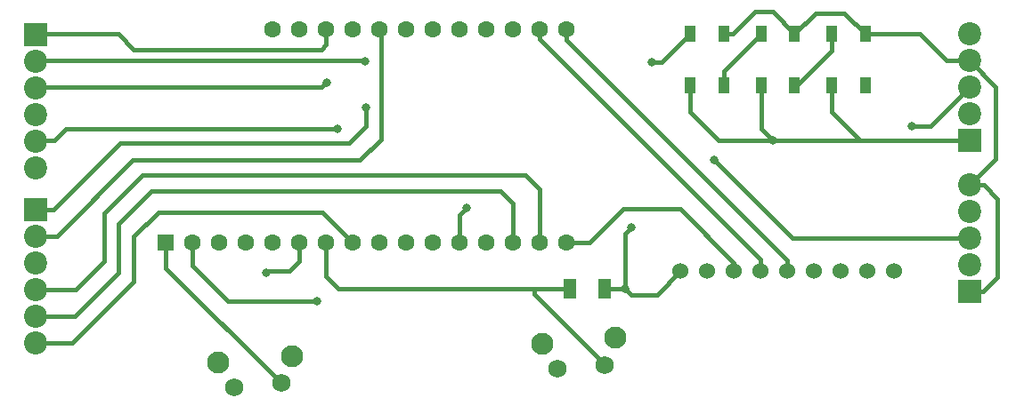
<source format=gbr>
%TF.GenerationSoftware,KiCad,Pcbnew,(5.1.10-1-10_14)*%
%TF.CreationDate,2021-07-05T16:23:29+02:00*%
%TF.ProjectId,cablebot_controller,6361626c-6562-46f7-945f-636f6e74726f,rev?*%
%TF.SameCoordinates,Original*%
%TF.FileFunction,Copper,L1,Top*%
%TF.FilePolarity,Positive*%
%FSLAX46Y46*%
G04 Gerber Fmt 4.6, Leading zero omitted, Abs format (unit mm)*
G04 Created by KiCad (PCBNEW (5.1.10-1-10_14)) date 2021-07-05 16:23:29*
%MOMM*%
%LPD*%
G01*
G04 APERTURE LIST*
%TA.AperFunction,SMDPad,CuDef*%
%ADD10R,1.000000X1.500000*%
%TD*%
%TA.AperFunction,ComponentPad*%
%ADD11C,2.100000*%
%TD*%
%TA.AperFunction,ComponentPad*%
%ADD12C,1.750000*%
%TD*%
%TA.AperFunction,ComponentPad*%
%ADD13C,1.600000*%
%TD*%
%TA.AperFunction,ComponentPad*%
%ADD14R,1.600000X1.600000*%
%TD*%
%TA.AperFunction,ComponentPad*%
%ADD15C,2.200000*%
%TD*%
%TA.AperFunction,ComponentPad*%
%ADD16R,2.200000X2.200000*%
%TD*%
%TA.AperFunction,SMDPad,CuDef*%
%ADD17R,1.270000X1.905000*%
%TD*%
%TA.AperFunction,ComponentPad*%
%ADD18C,1.524000*%
%TD*%
%TA.AperFunction,ViaPad*%
%ADD19C,0.800000*%
%TD*%
%TA.AperFunction,Conductor*%
%ADD20C,0.400000*%
%TD*%
G04 APERTURE END LIST*
D10*
%TO.P,D3,1*%
%TO.N,3V3*%
X159325000Y-59425000D03*
%TO.P,D3,2*%
%TO.N,N/C*%
X162525000Y-59425000D03*
%TO.P,D3,4*%
%TO.N,Net-(D2-Pad2)*%
X159325000Y-54525000D03*
%TO.P,D3,3*%
%TO.N,GND*%
X162525000Y-54525000D03*
%TD*%
%TO.P,D2,1*%
%TO.N,3V3*%
X152587500Y-59425000D03*
%TO.P,D2,2*%
%TO.N,Net-(D2-Pad2)*%
X155787500Y-59425000D03*
%TO.P,D2,4*%
%TO.N,Net-(D1-Pad2)*%
X152587500Y-54525000D03*
%TO.P,D2,3*%
%TO.N,GND*%
X155787500Y-54525000D03*
%TD*%
D11*
%TO.P,SW2,*%
%TO.N,*%
X107978226Y-85210531D03*
D12*
%TO.P,SW2,1*%
%TO.N,RST_BUTTON*%
X106950000Y-87800000D03*
%TO.P,SW2,2*%
%TO.N,GND*%
X102467124Y-88192201D03*
D11*
%TO.P,SW2,*%
%TO.N,*%
X100994901Y-85821492D03*
%TD*%
D13*
%TO.P,A1,17*%
%TO.N,SDA*%
X134100000Y-54070000D03*
%TO.P,A1,18*%
%TO.N,SCL*%
X131560000Y-54070000D03*
%TO.P,A1,19*%
%TO.N,LED_DIN*%
X129020000Y-54070000D03*
%TO.P,A1,20*%
%TO.N,ENDSTOP_FRONT*%
X126480000Y-54070000D03*
%TO.P,A1,21*%
%TO.N,ENDSTOP_BACK*%
X123940000Y-54070000D03*
%TO.P,A1,22*%
%TO.N,TX0*%
X121400000Y-54070000D03*
%TO.P,A1,23*%
%TO.N,RC_STR*%
X118860000Y-54070000D03*
%TO.P,A1,24*%
%TO.N,RX0*%
X116320000Y-54070000D03*
%TO.P,A1,25*%
%TO.N,RC_THROTTLE*%
X113780000Y-54070000D03*
%TO.P,A1,26*%
%TO.N,5V*%
X111240000Y-54070000D03*
%TO.P,A1,27*%
%TO.N,N/C*%
X108700000Y-54070000D03*
%TO.P,A1,28*%
X106160000Y-54070000D03*
D14*
%TO.P,A1,1*%
%TO.N,RST_BUTTON*%
X96000000Y-74390000D03*
D13*
%TO.P,A1,2*%
%TO.N,3V3*%
X98540000Y-74390000D03*
%TO.P,A1,3*%
%TO.N,N/C*%
X101080000Y-74390000D03*
%TO.P,A1,4*%
%TO.N,GND*%
X103620000Y-74390000D03*
%TO.P,A1,5*%
%TO.N,N/C*%
X106160000Y-74390000D03*
%TO.P,A1,6*%
%TO.N,ODRIVE_RST*%
X108700000Y-74390000D03*
%TO.P,A1,7*%
%TO.N,USER_BUTTON*%
X111240000Y-74390000D03*
%TO.P,A1,8*%
%TO.N,CHG_ST_HOME*%
X113780000Y-74390000D03*
%TO.P,A1,9*%
%TO.N,ADNS_MOT*%
X116320000Y-74390000D03*
%TO.P,A1,10*%
%TO.N,ADNS_SS*%
X118860000Y-74390000D03*
%TO.P,A1,11*%
%TO.N,SCK*%
X121400000Y-74390000D03*
%TO.P,A1,12*%
%TO.N,MOSI*%
X123940000Y-74390000D03*
%TO.P,A1,13*%
%TO.N,MISO*%
X126480000Y-74390000D03*
%TO.P,A1,14*%
%TO.N,RX1*%
X129020000Y-74390000D03*
%TO.P,A1,15*%
%TO.N,TX1*%
X131560000Y-74390000D03*
%TO.P,A1,16*%
%TO.N,GND*%
X134100000Y-74390000D03*
%TD*%
D15*
%TO.P,J5,5*%
%TO.N,GND*%
X172400000Y-68940000D03*
%TO.P,J5,4*%
%TO.N,MISO*%
X172400000Y-71480000D03*
%TO.P,J5,3*%
%TO.N,MOSI*%
X172400000Y-74020000D03*
%TO.P,J5,2*%
%TO.N,SCK*%
X172400000Y-76560000D03*
D16*
%TO.P,J5,1*%
%TO.N,GND*%
X172400000Y-79100000D03*
%TD*%
D15*
%TO.P,J4,5*%
%TO.N,ENDSTOP_FRONT*%
X172400000Y-54550000D03*
%TO.P,J4,4*%
%TO.N,GND*%
X172400000Y-57090000D03*
%TO.P,J4,3*%
%TO.N,ADNS_SS*%
X172400000Y-59630000D03*
%TO.P,J4,2*%
%TO.N,ADNS_MOT*%
X172400000Y-62170000D03*
D16*
%TO.P,J4,1*%
%TO.N,3V3*%
X172400000Y-64710000D03*
%TD*%
D15*
%TO.P,J3,6*%
%TO.N,CHG_ST_HOME*%
X83650000Y-83950000D03*
%TO.P,J3,5*%
%TO.N,RX1*%
X83650000Y-81410000D03*
%TO.P,J3,4*%
%TO.N,TX1*%
X83650000Y-78870000D03*
%TO.P,J3,3*%
%TO.N,ODRIVE_RST*%
X83650000Y-76330000D03*
%TO.P,J3,2*%
%TO.N,RX0*%
X83650000Y-73790000D03*
D16*
%TO.P,J3,1*%
%TO.N,TX0*%
X83650000Y-71250000D03*
%TD*%
D15*
%TO.P,J2,6*%
%TO.N,GND*%
X83650000Y-67275000D03*
%TO.P,J2,5*%
%TO.N,ENDSTOP_BACK*%
X83650000Y-64735000D03*
%TO.P,J2,4*%
%TO.N,GND*%
X83650000Y-62195000D03*
%TO.P,J2,3*%
%TO.N,RC_THROTTLE*%
X83650000Y-59655000D03*
%TO.P,J2,2*%
%TO.N,RC_STR*%
X83650000Y-57115000D03*
D16*
%TO.P,J2,1*%
%TO.N,5V*%
X83650000Y-54575000D03*
%TD*%
D11*
%TO.P,SW1,*%
%TO.N,*%
X138753226Y-83485531D03*
D12*
%TO.P,SW1,1*%
%TO.N,USER_BUTTON*%
X137725000Y-86075000D03*
%TO.P,SW1,2*%
%TO.N,GND*%
X133242124Y-86467201D03*
D11*
%TO.P,SW1,*%
%TO.N,*%
X131769901Y-84096492D03*
%TD*%
D17*
%TO.P,R1,2*%
%TO.N,USER_BUTTON*%
X134449000Y-78800000D03*
%TO.P,R1,1*%
%TO.N,3V3*%
X137751000Y-78800000D03*
%TD*%
D18*
%TO.P,JN1,9*%
%TO.N,N/C*%
X165260000Y-77150000D03*
%TO.P,JN1,8*%
X162720000Y-77150000D03*
%TO.P,JN1,7*%
X160180000Y-77150000D03*
%TO.P,JN1,6*%
X157640000Y-77150000D03*
%TO.P,JN1,5*%
%TO.N,SDA*%
X155100000Y-77150000D03*
%TO.P,JN1,4*%
%TO.N,SCL*%
X152560000Y-77150000D03*
%TO.P,JN1,3*%
%TO.N,GND*%
X150020000Y-77150000D03*
%TO.P,JN1,2*%
%TO.N,N/C*%
X147480000Y-77150000D03*
%TO.P,JN1,1*%
%TO.N,3V3*%
X144940000Y-77150000D03*
%TD*%
D10*
%TO.P,D1,1*%
%TO.N,3V3*%
X145850000Y-59425000D03*
%TO.P,D1,2*%
%TO.N,Net-(D1-Pad2)*%
X149050000Y-59425000D03*
%TO.P,D1,4*%
%TO.N,LED_DIN*%
X145850000Y-54525000D03*
%TO.P,D1,3*%
%TO.N,GND*%
X149050000Y-54525000D03*
%TD*%
D19*
%TO.N,LED_DIN*%
X142175000Y-57250000D03*
%TO.N,ENDSTOP_BACK*%
X112350000Y-63600000D03*
%TO.N,3V3*%
X110350000Y-80000000D03*
X153700000Y-64699988D03*
X139650019Y-78800009D03*
X140250000Y-73000000D03*
%TO.N,ODRIVE_RST*%
X105550000Y-77250000D03*
%TO.N,RC_STR*%
X114950000Y-57100000D03*
%TO.N,RC_THROTTLE*%
X111300000Y-59150000D03*
%TO.N,ADNS_SS*%
X166900000Y-63350000D03*
%TO.N,MOSI*%
X124587495Y-71137495D03*
X148124998Y-66575002D03*
%TO.N,TX0*%
X115000000Y-61500000D03*
%TD*%
D20*
%TO.N,LED_DIN*%
X143125000Y-57250000D02*
X145850000Y-54525000D01*
X142175000Y-57250000D02*
X143125000Y-57250000D01*
%TO.N,ENDSTOP_BACK*%
X86500000Y-63600000D02*
X112350000Y-63600000D01*
X85400000Y-64700000D02*
X86500000Y-63600000D01*
X83660000Y-64700000D02*
X85400000Y-64700000D01*
X83650000Y-64710000D02*
X83660000Y-64700000D01*
%TO.N,RST_BUTTON*%
X96000000Y-76850000D02*
X106950000Y-87800000D01*
X96000000Y-74390000D02*
X96000000Y-76850000D01*
%TO.N,3V3*%
X153710012Y-64710000D02*
X153700000Y-64699988D01*
X101900000Y-80000000D02*
X110350000Y-80000000D01*
X98540000Y-76640000D02*
X101900000Y-80000000D01*
X98540000Y-74800000D02*
X98540000Y-76640000D01*
X139650010Y-78800000D02*
X139650019Y-78800009D01*
X137751000Y-78800000D02*
X139650010Y-78800000D01*
X139650019Y-78800009D02*
X139650019Y-73599981D01*
X139650019Y-73599981D02*
X140250000Y-73000000D01*
X152587500Y-63587488D02*
X153700000Y-64699988D01*
X152587500Y-59425000D02*
X152587500Y-63587488D01*
X159325000Y-62000000D02*
X162035000Y-64710000D01*
X162035000Y-64710000D02*
X153710012Y-64710000D01*
X159325000Y-59425000D02*
X159325000Y-62000000D01*
X172400000Y-64710000D02*
X162035000Y-64710000D01*
X148574988Y-64699988D02*
X153700000Y-64699988D01*
X145850000Y-61975000D02*
X148574988Y-64699988D01*
X145850000Y-59425000D02*
X145850000Y-61975000D01*
X140250010Y-79400000D02*
X139650019Y-78800009D01*
X142690000Y-79400000D02*
X140250010Y-79400000D01*
X144940000Y-77150000D02*
X142690000Y-79400000D01*
%TO.N,GND*%
X172400000Y-57090000D02*
X172390000Y-57100000D01*
X150020000Y-76320000D02*
X150020000Y-77150000D01*
X144900000Y-71200000D02*
X150020000Y-76320000D01*
X139500000Y-71200000D02*
X144900000Y-71200000D01*
X136310000Y-74390000D02*
X139500000Y-71200000D01*
X134100000Y-74390000D02*
X136310000Y-74390000D01*
X162525000Y-54525000D02*
X167650000Y-54525000D01*
X170215000Y-57090000D02*
X172400000Y-57090000D01*
X167650000Y-54525000D02*
X170215000Y-57090000D01*
X149950000Y-54525000D02*
X152050000Y-52425000D01*
X149050000Y-54525000D02*
X149950000Y-54525000D01*
X153687500Y-52425000D02*
X155787500Y-54525000D01*
X152050000Y-52425000D02*
X153687500Y-52425000D01*
X155787500Y-54525000D02*
X157787500Y-52525000D01*
X160525000Y-52525000D02*
X162525000Y-54525000D01*
X157787500Y-52525000D02*
X160525000Y-52525000D01*
X174875000Y-66465000D02*
X174875000Y-59565000D01*
X174875000Y-59565000D02*
X172400000Y-57090000D01*
X172400000Y-68940000D02*
X174875000Y-66465000D01*
X173700000Y-79100000D02*
X175080334Y-77719666D01*
X172400000Y-79100000D02*
X173700000Y-79100000D01*
X175080334Y-77719666D02*
X175080334Y-70255334D01*
X173765000Y-68940000D02*
X172400000Y-68940000D01*
X175080334Y-70255334D02*
X173765000Y-68940000D01*
%TO.N,ODRIVE_RST*%
X107710000Y-77140000D02*
X105660000Y-77140000D01*
X105660000Y-77140000D02*
X105550000Y-77250000D01*
X108700000Y-76150000D02*
X107710000Y-77140000D01*
X108700000Y-74390000D02*
X108700000Y-76150000D01*
%TO.N,USER_BUTTON*%
X131050000Y-78800000D02*
X134449000Y-78800000D01*
X112400000Y-78800000D02*
X111240000Y-77640000D01*
X111240000Y-77640000D02*
X111240000Y-74800000D01*
X131050000Y-78800000D02*
X112400000Y-78800000D01*
X131050000Y-79325000D02*
X131050000Y-78800000D01*
X137725000Y-86000000D02*
X131050000Y-79325000D01*
X137725000Y-86075000D02*
X137725000Y-86000000D01*
%TO.N,CHG_ST_HOME*%
X110890000Y-71500000D02*
X113780000Y-74390000D01*
X92950000Y-73850000D02*
X95300000Y-71500000D01*
X92950000Y-78100000D02*
X92950000Y-73850000D01*
X95300000Y-71500000D02*
X110890000Y-71500000D01*
X87100000Y-83950000D02*
X92950000Y-78100000D01*
X83650000Y-83950000D02*
X87100000Y-83950000D01*
%TO.N,SDA*%
X155100000Y-77150000D02*
X154800000Y-76850000D01*
X155100000Y-76100000D02*
X155100000Y-77150000D01*
X134100000Y-55100000D02*
X155100000Y-76100000D01*
X134100000Y-54480000D02*
X134100000Y-55100000D01*
%TO.N,SCL*%
X131560000Y-54070000D02*
X131560000Y-55010000D01*
X131560000Y-55010000D02*
X152560000Y-76010000D01*
X152560000Y-76010000D02*
X152560000Y-77150000D01*
%TO.N,RC_STR*%
X83650000Y-57090000D02*
X114940000Y-57090000D01*
X114940000Y-57090000D02*
X114950000Y-57100000D01*
%TO.N,RC_THROTTLE*%
X110820000Y-59630000D02*
X111300000Y-59150000D01*
X83650000Y-59630000D02*
X110820000Y-59630000D01*
%TO.N,ADNS_SS*%
X168680000Y-63350000D02*
X166900000Y-63350000D01*
X172400000Y-59630000D02*
X168680000Y-63350000D01*
%TO.N,MOSI*%
X123940000Y-74390000D02*
X123940000Y-71784990D01*
X123940000Y-71784990D02*
X124587495Y-71137495D01*
X172400000Y-74020000D02*
X155569996Y-74020000D01*
X155569996Y-74020000D02*
X148124998Y-66575002D01*
%TO.N,5V*%
X91450000Y-54550000D02*
X83650000Y-54550000D01*
X110800000Y-56000000D02*
X92900000Y-56000000D01*
X111240000Y-55560000D02*
X110800000Y-56000000D01*
X92900000Y-56000000D02*
X91450000Y-54550000D01*
X111240000Y-54070000D02*
X111240000Y-55560000D01*
%TO.N,Net-(D1-Pad2)*%
X149050000Y-58062500D02*
X152587500Y-54525000D01*
X149050000Y-59425000D02*
X149050000Y-58062500D01*
%TO.N,Net-(D2-Pad2)*%
X155787500Y-59425000D02*
X156025000Y-59425000D01*
X159325000Y-56125000D02*
X159325000Y-54525000D01*
X156025000Y-59425000D02*
X159325000Y-56125000D01*
%TO.N,TX0*%
X85350000Y-71250000D02*
X91650000Y-64950000D01*
X113400000Y-64950000D02*
X115000000Y-63350000D01*
X83650000Y-71250000D02*
X85350000Y-71250000D01*
X91650000Y-64950000D02*
X113400000Y-64950000D01*
X115000000Y-63350000D02*
X115000000Y-61500000D01*
%TO.N,RX0*%
X116450000Y-54200000D02*
X116320000Y-54070000D01*
X116450000Y-64550000D02*
X116450000Y-54200000D01*
X114450000Y-66550000D02*
X116450000Y-64550000D01*
X92850000Y-66550000D02*
X114450000Y-66550000D01*
X85610000Y-73790000D02*
X92850000Y-66550000D01*
X83650000Y-73790000D02*
X85610000Y-73790000D01*
%TO.N,RX1*%
X94650000Y-69500000D02*
X127800000Y-69500000D01*
X129020000Y-70720000D02*
X129020000Y-74390000D01*
X127800000Y-69500000D02*
X129020000Y-70720000D01*
X91500000Y-77250000D02*
X91500000Y-72650000D01*
X91500000Y-72650000D02*
X94650000Y-69500000D01*
X87340000Y-81410000D02*
X91500000Y-77250000D01*
X83650000Y-81410000D02*
X87340000Y-81410000D01*
%TO.N,TX1*%
X131550000Y-72050000D02*
X131560000Y-72060000D01*
X131560000Y-72060000D02*
X131560000Y-74390000D01*
X131550000Y-69350000D02*
X131550000Y-72050000D01*
X87430000Y-78870000D02*
X90100000Y-76200000D01*
X93750000Y-67950000D02*
X130150000Y-67950000D01*
X90100000Y-76200000D02*
X90100000Y-71600000D01*
X130150000Y-67950000D02*
X131550000Y-69350000D01*
X90100000Y-71600000D02*
X93750000Y-67950000D01*
X83650000Y-78870000D02*
X87430000Y-78870000D01*
%TD*%
M02*

</source>
